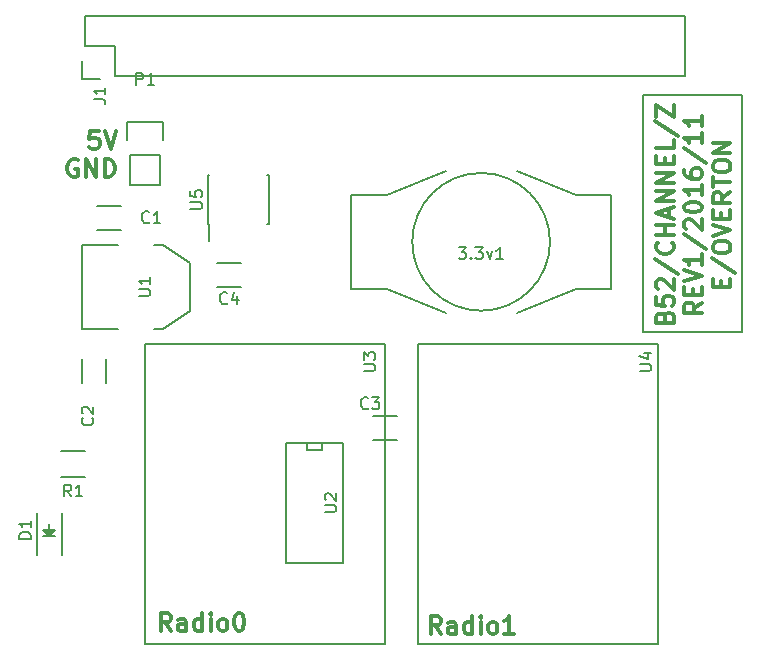
<source format=gto>
G04 #@! TF.FileFunction,Legend,Top*
%FSLAX46Y46*%
G04 Gerber Fmt 4.6, Leading zero omitted, Abs format (unit mm)*
G04 Created by KiCad (PCBNEW 4.0.2-1.fc23-product) date Fri 02 Dec 2016 11:09:15 GMT*
%MOMM*%
G01*
G04 APERTURE LIST*
%ADD10C,0.100000*%
%ADD11C,0.200000*%
%ADD12C,0.300000*%
%ADD13C,0.150000*%
G04 APERTURE END LIST*
D10*
D11*
X157988000Y-55118000D02*
X149606000Y-55118000D01*
X149606000Y-75184000D02*
X157988000Y-75184000D01*
X157988000Y-55118000D02*
X157988000Y-75184000D01*
X149606000Y-75184000D02*
X149606000Y-55118000D01*
D12*
X151416857Y-73920857D02*
X151488286Y-73706571D01*
X151559714Y-73635143D01*
X151702571Y-73563714D01*
X151916857Y-73563714D01*
X152059714Y-73635143D01*
X152131143Y-73706571D01*
X152202571Y-73849429D01*
X152202571Y-74420857D01*
X150702571Y-74420857D01*
X150702571Y-73920857D01*
X150774000Y-73778000D01*
X150845429Y-73706571D01*
X150988286Y-73635143D01*
X151131143Y-73635143D01*
X151274000Y-73706571D01*
X151345429Y-73778000D01*
X151416857Y-73920857D01*
X151416857Y-74420857D01*
X150702571Y-72206571D02*
X150702571Y-72920857D01*
X151416857Y-72992286D01*
X151345429Y-72920857D01*
X151274000Y-72778000D01*
X151274000Y-72420857D01*
X151345429Y-72278000D01*
X151416857Y-72206571D01*
X151559714Y-72135143D01*
X151916857Y-72135143D01*
X152059714Y-72206571D01*
X152131143Y-72278000D01*
X152202571Y-72420857D01*
X152202571Y-72778000D01*
X152131143Y-72920857D01*
X152059714Y-72992286D01*
X150845429Y-71563715D02*
X150774000Y-71492286D01*
X150702571Y-71349429D01*
X150702571Y-70992286D01*
X150774000Y-70849429D01*
X150845429Y-70778000D01*
X150988286Y-70706572D01*
X151131143Y-70706572D01*
X151345429Y-70778000D01*
X152202571Y-71635143D01*
X152202571Y-70706572D01*
X150631143Y-68992287D02*
X152559714Y-70278001D01*
X152059714Y-67635143D02*
X152131143Y-67706572D01*
X152202571Y-67920858D01*
X152202571Y-68063715D01*
X152131143Y-68278000D01*
X151988286Y-68420858D01*
X151845429Y-68492286D01*
X151559714Y-68563715D01*
X151345429Y-68563715D01*
X151059714Y-68492286D01*
X150916857Y-68420858D01*
X150774000Y-68278000D01*
X150702571Y-68063715D01*
X150702571Y-67920858D01*
X150774000Y-67706572D01*
X150845429Y-67635143D01*
X152202571Y-66992286D02*
X150702571Y-66992286D01*
X151416857Y-66992286D02*
X151416857Y-66135143D01*
X152202571Y-66135143D02*
X150702571Y-66135143D01*
X151774000Y-65492286D02*
X151774000Y-64778000D01*
X152202571Y-65635143D02*
X150702571Y-65135143D01*
X152202571Y-64635143D01*
X152202571Y-64135143D02*
X150702571Y-64135143D01*
X152202571Y-63278000D01*
X150702571Y-63278000D01*
X152202571Y-62563714D02*
X150702571Y-62563714D01*
X152202571Y-61706571D01*
X150702571Y-61706571D01*
X151416857Y-60992285D02*
X151416857Y-60492285D01*
X152202571Y-60277999D02*
X152202571Y-60992285D01*
X150702571Y-60992285D01*
X150702571Y-60277999D01*
X152202571Y-58920856D02*
X152202571Y-59635142D01*
X150702571Y-59635142D01*
X150631143Y-57349428D02*
X152559714Y-58635142D01*
X150702571Y-56992284D02*
X150702571Y-55992284D01*
X152202571Y-56992284D01*
X152202571Y-55992284D01*
X154602571Y-72706570D02*
X153888286Y-73206570D01*
X154602571Y-73563713D02*
X153102571Y-73563713D01*
X153102571Y-72992285D01*
X153174000Y-72849427D01*
X153245429Y-72777999D01*
X153388286Y-72706570D01*
X153602571Y-72706570D01*
X153745429Y-72777999D01*
X153816857Y-72849427D01*
X153888286Y-72992285D01*
X153888286Y-73563713D01*
X153816857Y-72063713D02*
X153816857Y-71563713D01*
X154602571Y-71349427D02*
X154602571Y-72063713D01*
X153102571Y-72063713D01*
X153102571Y-71349427D01*
X153102571Y-70920856D02*
X154602571Y-70420856D01*
X153102571Y-69920856D01*
X154602571Y-68635142D02*
X154602571Y-69492285D01*
X154602571Y-69063713D02*
X153102571Y-69063713D01*
X153316857Y-69206570D01*
X153459714Y-69349428D01*
X153531143Y-69492285D01*
X153031143Y-66920857D02*
X154959714Y-68206571D01*
X153245429Y-66492285D02*
X153174000Y-66420856D01*
X153102571Y-66277999D01*
X153102571Y-65920856D01*
X153174000Y-65777999D01*
X153245429Y-65706570D01*
X153388286Y-65635142D01*
X153531143Y-65635142D01*
X153745429Y-65706570D01*
X154602571Y-66563713D01*
X154602571Y-65635142D01*
X153102571Y-64706571D02*
X153102571Y-64563714D01*
X153174000Y-64420857D01*
X153245429Y-64349428D01*
X153388286Y-64277999D01*
X153674000Y-64206571D01*
X154031143Y-64206571D01*
X154316857Y-64277999D01*
X154459714Y-64349428D01*
X154531143Y-64420857D01*
X154602571Y-64563714D01*
X154602571Y-64706571D01*
X154531143Y-64849428D01*
X154459714Y-64920857D01*
X154316857Y-64992285D01*
X154031143Y-65063714D01*
X153674000Y-65063714D01*
X153388286Y-64992285D01*
X153245429Y-64920857D01*
X153174000Y-64849428D01*
X153102571Y-64706571D01*
X154602571Y-62778000D02*
X154602571Y-63635143D01*
X154602571Y-63206571D02*
X153102571Y-63206571D01*
X153316857Y-63349428D01*
X153459714Y-63492286D01*
X153531143Y-63635143D01*
X153102571Y-61492286D02*
X153102571Y-61778000D01*
X153174000Y-61920857D01*
X153245429Y-61992286D01*
X153459714Y-62135143D01*
X153745429Y-62206572D01*
X154316857Y-62206572D01*
X154459714Y-62135143D01*
X154531143Y-62063715D01*
X154602571Y-61920857D01*
X154602571Y-61635143D01*
X154531143Y-61492286D01*
X154459714Y-61420857D01*
X154316857Y-61349429D01*
X153959714Y-61349429D01*
X153816857Y-61420857D01*
X153745429Y-61492286D01*
X153674000Y-61635143D01*
X153674000Y-61920857D01*
X153745429Y-62063715D01*
X153816857Y-62135143D01*
X153959714Y-62206572D01*
X153031143Y-59635144D02*
X154959714Y-60920858D01*
X154602571Y-58349429D02*
X154602571Y-59206572D01*
X154602571Y-58778000D02*
X153102571Y-58778000D01*
X153316857Y-58920857D01*
X153459714Y-59063715D01*
X153531143Y-59206572D01*
X154602571Y-56920858D02*
X154602571Y-57778001D01*
X154602571Y-57349429D02*
X153102571Y-57349429D01*
X153316857Y-57492286D01*
X153459714Y-57635144D01*
X153531143Y-57778001D01*
X156216857Y-71385143D02*
X156216857Y-70885143D01*
X157002571Y-70670857D02*
X157002571Y-71385143D01*
X155502571Y-71385143D01*
X155502571Y-70670857D01*
X155431143Y-68956572D02*
X157359714Y-70242286D01*
X155502571Y-68170857D02*
X155502571Y-67885143D01*
X155574000Y-67742285D01*
X155716857Y-67599428D01*
X156002571Y-67528000D01*
X156502571Y-67528000D01*
X156788286Y-67599428D01*
X156931143Y-67742285D01*
X157002571Y-67885143D01*
X157002571Y-68170857D01*
X156931143Y-68313714D01*
X156788286Y-68456571D01*
X156502571Y-68528000D01*
X156002571Y-68528000D01*
X155716857Y-68456571D01*
X155574000Y-68313714D01*
X155502571Y-68170857D01*
X155502571Y-67099428D02*
X157002571Y-66599428D01*
X155502571Y-66099428D01*
X156216857Y-65599428D02*
X156216857Y-65099428D01*
X157002571Y-64885142D02*
X157002571Y-65599428D01*
X155502571Y-65599428D01*
X155502571Y-64885142D01*
X157002571Y-63385142D02*
X156288286Y-63885142D01*
X157002571Y-64242285D02*
X155502571Y-64242285D01*
X155502571Y-63670857D01*
X155574000Y-63527999D01*
X155645429Y-63456571D01*
X155788286Y-63385142D01*
X156002571Y-63385142D01*
X156145429Y-63456571D01*
X156216857Y-63527999D01*
X156288286Y-63670857D01*
X156288286Y-64242285D01*
X155502571Y-62956571D02*
X155502571Y-62099428D01*
X157002571Y-62527999D02*
X155502571Y-62527999D01*
X155502571Y-61313714D02*
X155502571Y-61028000D01*
X155574000Y-60885142D01*
X155716857Y-60742285D01*
X156002571Y-60670857D01*
X156502571Y-60670857D01*
X156788286Y-60742285D01*
X156931143Y-60885142D01*
X157002571Y-61028000D01*
X157002571Y-61313714D01*
X156931143Y-61456571D01*
X156788286Y-61599428D01*
X156502571Y-61670857D01*
X156002571Y-61670857D01*
X155716857Y-61599428D01*
X155574000Y-61456571D01*
X155502571Y-61313714D01*
X157002571Y-60027999D02*
X155502571Y-60027999D01*
X157002571Y-59170856D01*
X155502571Y-59170856D01*
X103513144Y-58176571D02*
X102798858Y-58176571D01*
X102727429Y-58890857D01*
X102798858Y-58819429D01*
X102941715Y-58748000D01*
X103298858Y-58748000D01*
X103441715Y-58819429D01*
X103513144Y-58890857D01*
X103584572Y-59033714D01*
X103584572Y-59390857D01*
X103513144Y-59533714D01*
X103441715Y-59605143D01*
X103298858Y-59676571D01*
X102941715Y-59676571D01*
X102798858Y-59605143D01*
X102727429Y-59533714D01*
X104013143Y-58176571D02*
X104513143Y-59676571D01*
X105013143Y-58176571D01*
X101727428Y-60648000D02*
X101584571Y-60576571D01*
X101370285Y-60576571D01*
X101156000Y-60648000D01*
X101013142Y-60790857D01*
X100941714Y-60933714D01*
X100870285Y-61219429D01*
X100870285Y-61433714D01*
X100941714Y-61719429D01*
X101013142Y-61862286D01*
X101156000Y-62005143D01*
X101370285Y-62076571D01*
X101513142Y-62076571D01*
X101727428Y-62005143D01*
X101798857Y-61933714D01*
X101798857Y-61433714D01*
X101513142Y-61433714D01*
X102441714Y-62076571D02*
X102441714Y-60576571D01*
X103298857Y-62076571D01*
X103298857Y-60576571D01*
X104013143Y-62076571D02*
X104013143Y-60576571D01*
X104370286Y-60576571D01*
X104584571Y-60648000D01*
X104727429Y-60790857D01*
X104798857Y-60933714D01*
X104870286Y-61219429D01*
X104870286Y-61433714D01*
X104798857Y-61719429D01*
X104727429Y-61862286D01*
X104584571Y-62005143D01*
X104370286Y-62076571D01*
X104013143Y-62076571D01*
X132485143Y-100754571D02*
X131985143Y-100040286D01*
X131628000Y-100754571D02*
X131628000Y-99254571D01*
X132199428Y-99254571D01*
X132342286Y-99326000D01*
X132413714Y-99397429D01*
X132485143Y-99540286D01*
X132485143Y-99754571D01*
X132413714Y-99897429D01*
X132342286Y-99968857D01*
X132199428Y-100040286D01*
X131628000Y-100040286D01*
X133770857Y-100754571D02*
X133770857Y-99968857D01*
X133699428Y-99826000D01*
X133556571Y-99754571D01*
X133270857Y-99754571D01*
X133128000Y-99826000D01*
X133770857Y-100683143D02*
X133628000Y-100754571D01*
X133270857Y-100754571D01*
X133128000Y-100683143D01*
X133056571Y-100540286D01*
X133056571Y-100397429D01*
X133128000Y-100254571D01*
X133270857Y-100183143D01*
X133628000Y-100183143D01*
X133770857Y-100111714D01*
X135128000Y-100754571D02*
X135128000Y-99254571D01*
X135128000Y-100683143D02*
X134985143Y-100754571D01*
X134699429Y-100754571D01*
X134556571Y-100683143D01*
X134485143Y-100611714D01*
X134413714Y-100468857D01*
X134413714Y-100040286D01*
X134485143Y-99897429D01*
X134556571Y-99826000D01*
X134699429Y-99754571D01*
X134985143Y-99754571D01*
X135128000Y-99826000D01*
X135842286Y-100754571D02*
X135842286Y-99754571D01*
X135842286Y-99254571D02*
X135770857Y-99326000D01*
X135842286Y-99397429D01*
X135913714Y-99326000D01*
X135842286Y-99254571D01*
X135842286Y-99397429D01*
X136770858Y-100754571D02*
X136628000Y-100683143D01*
X136556572Y-100611714D01*
X136485143Y-100468857D01*
X136485143Y-100040286D01*
X136556572Y-99897429D01*
X136628000Y-99826000D01*
X136770858Y-99754571D01*
X136985143Y-99754571D01*
X137128000Y-99826000D01*
X137199429Y-99897429D01*
X137270858Y-100040286D01*
X137270858Y-100468857D01*
X137199429Y-100611714D01*
X137128000Y-100683143D01*
X136985143Y-100754571D01*
X136770858Y-100754571D01*
X138699429Y-100754571D02*
X137842286Y-100754571D01*
X138270858Y-100754571D02*
X138270858Y-99254571D01*
X138128001Y-99468857D01*
X137985143Y-99611714D01*
X137842286Y-99683143D01*
X109625143Y-100500571D02*
X109125143Y-99786286D01*
X108768000Y-100500571D02*
X108768000Y-99000571D01*
X109339428Y-99000571D01*
X109482286Y-99072000D01*
X109553714Y-99143429D01*
X109625143Y-99286286D01*
X109625143Y-99500571D01*
X109553714Y-99643429D01*
X109482286Y-99714857D01*
X109339428Y-99786286D01*
X108768000Y-99786286D01*
X110910857Y-100500571D02*
X110910857Y-99714857D01*
X110839428Y-99572000D01*
X110696571Y-99500571D01*
X110410857Y-99500571D01*
X110268000Y-99572000D01*
X110910857Y-100429143D02*
X110768000Y-100500571D01*
X110410857Y-100500571D01*
X110268000Y-100429143D01*
X110196571Y-100286286D01*
X110196571Y-100143429D01*
X110268000Y-100000571D01*
X110410857Y-99929143D01*
X110768000Y-99929143D01*
X110910857Y-99857714D01*
X112268000Y-100500571D02*
X112268000Y-99000571D01*
X112268000Y-100429143D02*
X112125143Y-100500571D01*
X111839429Y-100500571D01*
X111696571Y-100429143D01*
X111625143Y-100357714D01*
X111553714Y-100214857D01*
X111553714Y-99786286D01*
X111625143Y-99643429D01*
X111696571Y-99572000D01*
X111839429Y-99500571D01*
X112125143Y-99500571D01*
X112268000Y-99572000D01*
X112982286Y-100500571D02*
X112982286Y-99500571D01*
X112982286Y-99000571D02*
X112910857Y-99072000D01*
X112982286Y-99143429D01*
X113053714Y-99072000D01*
X112982286Y-99000571D01*
X112982286Y-99143429D01*
X113910858Y-100500571D02*
X113768000Y-100429143D01*
X113696572Y-100357714D01*
X113625143Y-100214857D01*
X113625143Y-99786286D01*
X113696572Y-99643429D01*
X113768000Y-99572000D01*
X113910858Y-99500571D01*
X114125143Y-99500571D01*
X114268000Y-99572000D01*
X114339429Y-99643429D01*
X114410858Y-99786286D01*
X114410858Y-100214857D01*
X114339429Y-100357714D01*
X114268000Y-100429143D01*
X114125143Y-100500571D01*
X113910858Y-100500571D01*
X115339429Y-99000571D02*
X115482286Y-99000571D01*
X115625143Y-99072000D01*
X115696572Y-99143429D01*
X115768001Y-99286286D01*
X115839429Y-99572000D01*
X115839429Y-99929143D01*
X115768001Y-100214857D01*
X115696572Y-100357714D01*
X115625143Y-100429143D01*
X115482286Y-100500571D01*
X115339429Y-100500571D01*
X115196572Y-100429143D01*
X115125143Y-100357714D01*
X115053715Y-100214857D01*
X114982286Y-99929143D01*
X114982286Y-99572000D01*
X115053715Y-99286286D01*
X115125143Y-99143429D01*
X115196572Y-99072000D01*
X115339429Y-99000571D01*
D13*
X130546000Y-76246000D02*
X150866000Y-76246000D01*
X150866000Y-76246000D02*
X150866000Y-101646000D01*
X130546000Y-101646000D02*
X150866000Y-101646000D01*
X130546000Y-76246000D02*
X130546000Y-101646000D01*
X153150000Y-48450000D02*
X102350000Y-48450000D01*
X104890000Y-53530000D02*
X153150000Y-53530000D01*
X153150000Y-48450000D02*
X153150000Y-53530000D01*
X102350000Y-48450000D02*
X102350000Y-50990000D01*
X102070000Y-52260000D02*
X102070000Y-53810000D01*
X102350000Y-50990000D02*
X104890000Y-50990000D01*
X104890000Y-50990000D02*
X104890000Y-53530000D01*
X102070000Y-53810000D02*
X103620000Y-53810000D01*
X105394000Y-64507000D02*
X103394000Y-64507000D01*
X103394000Y-66557000D02*
X105394000Y-66557000D01*
X104149000Y-79486000D02*
X104149000Y-77486000D01*
X102099000Y-77486000D02*
X102099000Y-79486000D01*
X105156000Y-67818000D02*
X102108000Y-67818000D01*
X102108000Y-67818000D02*
X102108000Y-74930000D01*
X102108000Y-74930000D02*
X105156000Y-74930000D01*
X108204000Y-67818000D02*
X108966000Y-67818000D01*
X108966000Y-67818000D02*
X111252000Y-69342000D01*
X111252000Y-69342000D02*
X111252000Y-73406000D01*
X111252000Y-73406000D02*
X108966000Y-74930000D01*
X108966000Y-74930000D02*
X108204000Y-74930000D01*
X124206000Y-94742000D02*
X119380000Y-94742000D01*
X119380000Y-94742000D02*
X119380000Y-84582000D01*
X119380000Y-84582000D02*
X124206000Y-84582000D01*
X124206000Y-84582000D02*
X124206000Y-94742000D01*
X122428000Y-84582000D02*
X122428000Y-85217000D01*
X122428000Y-85217000D02*
X121158000Y-85217000D01*
X121158000Y-85217000D02*
X121158000Y-84582000D01*
X128762000Y-82287000D02*
X126762000Y-82287000D01*
X126762000Y-84337000D02*
X128762000Y-84337000D01*
X100364000Y-94098000D02*
X100364000Y-90498000D01*
X98264000Y-94098000D02*
X98264000Y-90498000D01*
X99014000Y-92048000D02*
X99614000Y-92048000D01*
X99614000Y-92048000D02*
X99314000Y-92348000D01*
X99314000Y-92348000D02*
X99114000Y-92148000D01*
X99114000Y-92148000D02*
X99364000Y-92148000D01*
X99364000Y-92148000D02*
X99314000Y-92198000D01*
X98814000Y-92448000D02*
X99814000Y-92448000D01*
X99314000Y-91948000D02*
X99314000Y-91448000D01*
X99314000Y-92448000D02*
X98814000Y-91948000D01*
X98814000Y-91948000D02*
X99814000Y-91948000D01*
X99814000Y-91948000D02*
X99314000Y-92448000D01*
X107432000Y-76246000D02*
X127752000Y-76246000D01*
X127752000Y-76246000D02*
X127752000Y-101646000D01*
X107432000Y-101646000D02*
X127752000Y-101646000D01*
X107432000Y-76246000D02*
X107432000Y-101646000D01*
X100346000Y-85285000D02*
X102346000Y-85285000D01*
X102346000Y-87435000D02*
X100346000Y-87435000D01*
X115554000Y-69333000D02*
X113554000Y-69333000D01*
X113554000Y-71383000D02*
X115554000Y-71383000D01*
X112741000Y-66083000D02*
X112886000Y-66083000D01*
X112741000Y-61933000D02*
X112886000Y-61933000D01*
X117891000Y-61933000D02*
X117746000Y-61933000D01*
X117891000Y-66083000D02*
X117746000Y-66083000D01*
X112741000Y-66083000D02*
X112741000Y-61933000D01*
X117891000Y-66083000D02*
X117891000Y-61933000D01*
X112886000Y-66083000D02*
X112886000Y-67483000D01*
X143890000Y-71564000D02*
X138890000Y-73564000D01*
X138890000Y-61564000D02*
X143890000Y-63564000D01*
X127890000Y-71564000D02*
X132890000Y-73564000D01*
X127890000Y-63564000D02*
X132890000Y-61564000D01*
X141720952Y-67564000D02*
G75*
G03X141720952Y-67564000I-5830952J0D01*
G01*
X143890000Y-63564000D02*
X146890000Y-63564000D01*
X146890000Y-63564000D02*
X146890000Y-71564000D01*
X146890000Y-71564000D02*
X143890000Y-71564000D01*
X124890000Y-71564000D02*
X127890000Y-71564000D01*
X124890000Y-63564000D02*
X127890000Y-63564000D01*
X124890000Y-71564000D02*
X124890000Y-63564000D01*
X108712000Y-60198000D02*
X108712000Y-62738000D01*
X108992000Y-57378000D02*
X108992000Y-58928000D01*
X108712000Y-60198000D02*
X106172000Y-60198000D01*
X105892000Y-58928000D02*
X105892000Y-57378000D01*
X105892000Y-57378000D02*
X108992000Y-57378000D01*
X106172000Y-60198000D02*
X106172000Y-62738000D01*
X106172000Y-62738000D02*
X108712000Y-62738000D01*
X149312381Y-78485905D02*
X150121905Y-78485905D01*
X150217143Y-78438286D01*
X150264762Y-78390667D01*
X150312381Y-78295429D01*
X150312381Y-78104952D01*
X150264762Y-78009714D01*
X150217143Y-77962095D01*
X150121905Y-77914476D01*
X149312381Y-77914476D01*
X149645714Y-77009714D02*
X150312381Y-77009714D01*
X149264762Y-77247810D02*
X149979048Y-77485905D01*
X149979048Y-76866857D01*
X103072381Y-55514333D02*
X103786667Y-55514333D01*
X103929524Y-55561953D01*
X104024762Y-55657191D01*
X104072381Y-55800048D01*
X104072381Y-55895286D01*
X104072381Y-54514333D02*
X104072381Y-55085762D01*
X104072381Y-54800048D02*
X103072381Y-54800048D01*
X103215238Y-54895286D01*
X103310476Y-54990524D01*
X103358095Y-55085762D01*
X107783334Y-65889143D02*
X107735715Y-65936762D01*
X107592858Y-65984381D01*
X107497620Y-65984381D01*
X107354762Y-65936762D01*
X107259524Y-65841524D01*
X107211905Y-65746286D01*
X107164286Y-65555810D01*
X107164286Y-65412952D01*
X107211905Y-65222476D01*
X107259524Y-65127238D01*
X107354762Y-65032000D01*
X107497620Y-64984381D01*
X107592858Y-64984381D01*
X107735715Y-65032000D01*
X107783334Y-65079619D01*
X108735715Y-65984381D02*
X108164286Y-65984381D01*
X108450000Y-65984381D02*
X108450000Y-64984381D01*
X108354762Y-65127238D01*
X108259524Y-65222476D01*
X108164286Y-65270095D01*
X102973143Y-82462666D02*
X103020762Y-82510285D01*
X103068381Y-82653142D01*
X103068381Y-82748380D01*
X103020762Y-82891238D01*
X102925524Y-82986476D01*
X102830286Y-83034095D01*
X102639810Y-83081714D01*
X102496952Y-83081714D01*
X102306476Y-83034095D01*
X102211238Y-82986476D01*
X102116000Y-82891238D01*
X102068381Y-82748380D01*
X102068381Y-82653142D01*
X102116000Y-82510285D01*
X102163619Y-82462666D01*
X102163619Y-82081714D02*
X102116000Y-82034095D01*
X102068381Y-81938857D01*
X102068381Y-81700761D01*
X102116000Y-81605523D01*
X102163619Y-81557904D01*
X102258857Y-81510285D01*
X102354095Y-81510285D01*
X102496952Y-81557904D01*
X103068381Y-82129333D01*
X103068381Y-81510285D01*
X106894381Y-72135905D02*
X107703905Y-72135905D01*
X107799143Y-72088286D01*
X107846762Y-72040667D01*
X107894381Y-71945429D01*
X107894381Y-71754952D01*
X107846762Y-71659714D01*
X107799143Y-71612095D01*
X107703905Y-71564476D01*
X106894381Y-71564476D01*
X107894381Y-70564476D02*
X107894381Y-71135905D01*
X107894381Y-70850191D02*
X106894381Y-70850191D01*
X107037238Y-70945429D01*
X107132476Y-71040667D01*
X107180095Y-71135905D01*
X122642381Y-90423905D02*
X123451905Y-90423905D01*
X123547143Y-90376286D01*
X123594762Y-90328667D01*
X123642381Y-90233429D01*
X123642381Y-90042952D01*
X123594762Y-89947714D01*
X123547143Y-89900095D01*
X123451905Y-89852476D01*
X122642381Y-89852476D01*
X122737619Y-89423905D02*
X122690000Y-89376286D01*
X122642381Y-89281048D01*
X122642381Y-89042952D01*
X122690000Y-88947714D01*
X122737619Y-88900095D01*
X122832857Y-88852476D01*
X122928095Y-88852476D01*
X123070952Y-88900095D01*
X123642381Y-89471524D01*
X123642381Y-88852476D01*
X126325334Y-81637143D02*
X126277715Y-81684762D01*
X126134858Y-81732381D01*
X126039620Y-81732381D01*
X125896762Y-81684762D01*
X125801524Y-81589524D01*
X125753905Y-81494286D01*
X125706286Y-81303810D01*
X125706286Y-81160952D01*
X125753905Y-80970476D01*
X125801524Y-80875238D01*
X125896762Y-80780000D01*
X126039620Y-80732381D01*
X126134858Y-80732381D01*
X126277715Y-80780000D01*
X126325334Y-80827619D01*
X126658667Y-80732381D02*
X127277715Y-80732381D01*
X126944381Y-81113333D01*
X127087239Y-81113333D01*
X127182477Y-81160952D01*
X127230096Y-81208571D01*
X127277715Y-81303810D01*
X127277715Y-81541905D01*
X127230096Y-81637143D01*
X127182477Y-81684762D01*
X127087239Y-81732381D01*
X126801524Y-81732381D01*
X126706286Y-81684762D01*
X126658667Y-81637143D01*
X97766381Y-92686095D02*
X96766381Y-92686095D01*
X96766381Y-92448000D01*
X96814000Y-92305142D01*
X96909238Y-92209904D01*
X97004476Y-92162285D01*
X97194952Y-92114666D01*
X97337810Y-92114666D01*
X97528286Y-92162285D01*
X97623524Y-92209904D01*
X97718762Y-92305142D01*
X97766381Y-92448000D01*
X97766381Y-92686095D01*
X97766381Y-91162285D02*
X97766381Y-91733714D01*
X97766381Y-91448000D02*
X96766381Y-91448000D01*
X96909238Y-91543238D01*
X97004476Y-91638476D01*
X97052095Y-91733714D01*
X125944381Y-78485905D02*
X126753905Y-78485905D01*
X126849143Y-78438286D01*
X126896762Y-78390667D01*
X126944381Y-78295429D01*
X126944381Y-78104952D01*
X126896762Y-78009714D01*
X126849143Y-77962095D01*
X126753905Y-77914476D01*
X125944381Y-77914476D01*
X125944381Y-77533524D02*
X125944381Y-76914476D01*
X126325333Y-77247810D01*
X126325333Y-77104952D01*
X126372952Y-77009714D01*
X126420571Y-76962095D01*
X126515810Y-76914476D01*
X126753905Y-76914476D01*
X126849143Y-76962095D01*
X126896762Y-77009714D01*
X126944381Y-77104952D01*
X126944381Y-77390667D01*
X126896762Y-77485905D01*
X126849143Y-77533524D01*
X101179334Y-89112381D02*
X100846000Y-88636190D01*
X100607905Y-89112381D02*
X100607905Y-88112381D01*
X100988858Y-88112381D01*
X101084096Y-88160000D01*
X101131715Y-88207619D01*
X101179334Y-88302857D01*
X101179334Y-88445714D01*
X101131715Y-88540952D01*
X101084096Y-88588571D01*
X100988858Y-88636190D01*
X100607905Y-88636190D01*
X102131715Y-89112381D02*
X101560286Y-89112381D01*
X101846000Y-89112381D02*
X101846000Y-88112381D01*
X101750762Y-88255238D01*
X101655524Y-88350476D01*
X101560286Y-88398095D01*
X114387334Y-72747143D02*
X114339715Y-72794762D01*
X114196858Y-72842381D01*
X114101620Y-72842381D01*
X113958762Y-72794762D01*
X113863524Y-72699524D01*
X113815905Y-72604286D01*
X113768286Y-72413810D01*
X113768286Y-72270952D01*
X113815905Y-72080476D01*
X113863524Y-71985238D01*
X113958762Y-71890000D01*
X114101620Y-71842381D01*
X114196858Y-71842381D01*
X114339715Y-71890000D01*
X114387334Y-71937619D01*
X115244477Y-72175714D02*
X115244477Y-72842381D01*
X115006381Y-71794762D02*
X114768286Y-72509048D01*
X115387334Y-72509048D01*
X111268381Y-64769905D02*
X112077905Y-64769905D01*
X112173143Y-64722286D01*
X112220762Y-64674667D01*
X112268381Y-64579429D01*
X112268381Y-64388952D01*
X112220762Y-64293714D01*
X112173143Y-64246095D01*
X112077905Y-64198476D01*
X111268381Y-64198476D01*
X111268381Y-63246095D02*
X111268381Y-63722286D01*
X111744571Y-63769905D01*
X111696952Y-63722286D01*
X111649333Y-63627048D01*
X111649333Y-63388952D01*
X111696952Y-63293714D01*
X111744571Y-63246095D01*
X111839810Y-63198476D01*
X112077905Y-63198476D01*
X112173143Y-63246095D01*
X112220762Y-63293714D01*
X112268381Y-63388952D01*
X112268381Y-63627048D01*
X112220762Y-63722286D01*
X112173143Y-63769905D01*
X133985238Y-68016381D02*
X134604286Y-68016381D01*
X134270952Y-68397333D01*
X134413810Y-68397333D01*
X134509048Y-68444952D01*
X134556667Y-68492571D01*
X134604286Y-68587810D01*
X134604286Y-68825905D01*
X134556667Y-68921143D01*
X134509048Y-68968762D01*
X134413810Y-69016381D01*
X134128095Y-69016381D01*
X134032857Y-68968762D01*
X133985238Y-68921143D01*
X135032857Y-68921143D02*
X135080476Y-68968762D01*
X135032857Y-69016381D01*
X134985238Y-68968762D01*
X135032857Y-68921143D01*
X135032857Y-69016381D01*
X135413809Y-68016381D02*
X136032857Y-68016381D01*
X135699523Y-68397333D01*
X135842381Y-68397333D01*
X135937619Y-68444952D01*
X135985238Y-68492571D01*
X136032857Y-68587810D01*
X136032857Y-68825905D01*
X135985238Y-68921143D01*
X135937619Y-68968762D01*
X135842381Y-69016381D01*
X135556666Y-69016381D01*
X135461428Y-68968762D01*
X135413809Y-68921143D01*
X136366190Y-68349714D02*
X136604285Y-69016381D01*
X136842381Y-68349714D01*
X137747143Y-69016381D02*
X137175714Y-69016381D01*
X137461428Y-69016381D02*
X137461428Y-68016381D01*
X137366190Y-68159238D01*
X137270952Y-68254476D01*
X137175714Y-68302095D01*
X106703905Y-54280381D02*
X106703905Y-53280381D01*
X107084858Y-53280381D01*
X107180096Y-53328000D01*
X107227715Y-53375619D01*
X107275334Y-53470857D01*
X107275334Y-53613714D01*
X107227715Y-53708952D01*
X107180096Y-53756571D01*
X107084858Y-53804190D01*
X106703905Y-53804190D01*
X108227715Y-54280381D02*
X107656286Y-54280381D01*
X107942000Y-54280381D02*
X107942000Y-53280381D01*
X107846762Y-53423238D01*
X107751524Y-53518476D01*
X107656286Y-53566095D01*
M02*

</source>
